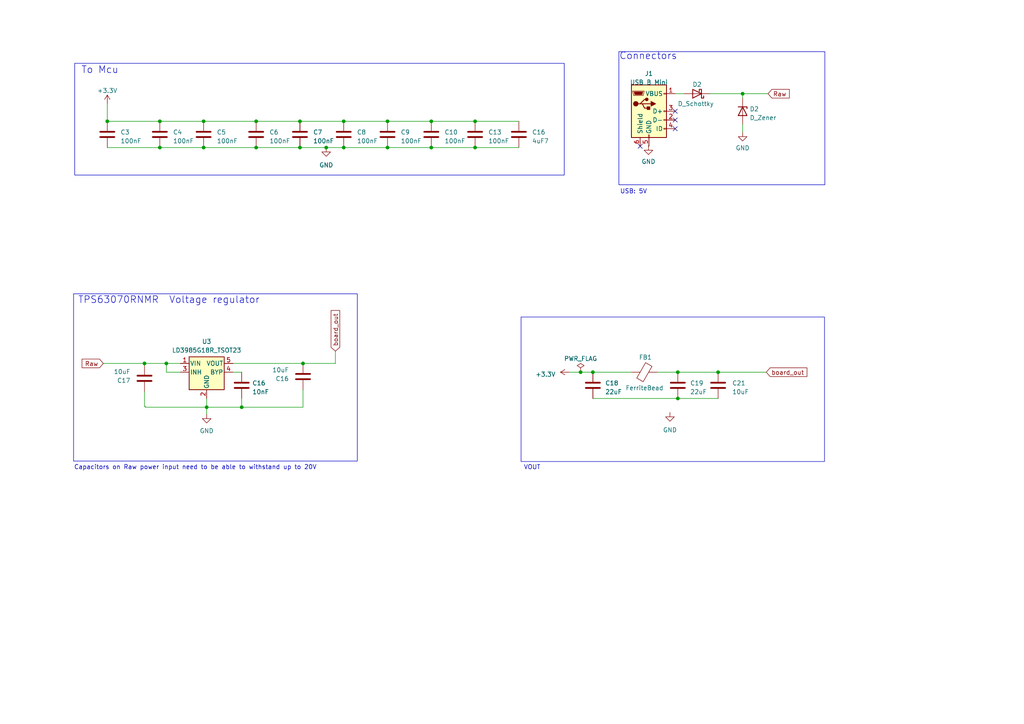
<source format=kicad_sch>
(kicad_sch (version 20230121) (generator eeschema)
  (paper "A4")
  (lib_symbols
    (symbol "Connector:USB_B_Mini" (pin_names (offset 1.016))
      (property "Reference" "J" (at -5.08 11.43 0))
      (property "Value" "USB_B_Mini" (at -5.08 8.89 0))
      (symbol "USB_B_Mini_0_1"
        (rectangle (start -5.08 -7.62) (end 5.08 7.62) (stroke (width 0.254)) (fill (type background)))
        (circle (center -3.81 2.159) (radius 0.635) (stroke (width 0.254)) (fill (type outline)))
        (circle (center -0.635 3.429) (radius 0.381) (stroke (width 0.254)) (fill (type outline)))
        (rectangle (start -0.127 -7.62) (end 0.127 -6.858))
        (polyline (pts (xy -1.905 2.159) (xy 0.635 2.159)) (stroke (width 0.254)))
        (polyline (pts (xy -3.175 2.159) (xy -2.54 2.159) (xy -1.27 3.429) (xy -0.635 3.429)) (stroke (width 0.254)))
        (polyline (pts (xy -2.54 2.159) (xy -1.905 2.159) (xy -1.27 0.889) (xy 0 0.889)) (stroke (width 0.254)))
        (polyline (pts (xy 0.635 2.794) (xy 0.635 1.524) (xy 1.905 2.159) (xy 0.635 2.794)) (stroke (width 0.254)) (fill (type outline)))
        (polyline (pts (xy -4.318 5.588) (xy -1.778 5.588) (xy -2.032 4.826) (xy -4.064 4.826) (xy -4.318 5.588)) (fill (type outline)))
        (polyline (pts (xy -4.699 5.842) (xy -4.699 5.588) (xy -4.445 4.826) (xy -4.445 4.572) (xy -1.651 4.572) (xy -1.651 4.826) (xy -1.397 5.588) (xy -1.397 5.842) (xy -4.699 5.842)))
        (rectangle (start 0.254 1.27) (end -0.508 0.508) (stroke (width 0.254)) (fill (type outline)))
        (rectangle (start 5.08 -5.207) (end 4.318 -4.953))
        (rectangle (start 5.08 -2.667) (end 4.318 -2.413))
        (rectangle (start 5.08 -0.127) (end 4.318 0.127))
        (rectangle (start 5.08 4.953) (end 4.318 5.207))
      )
      (symbol "USB_B_Mini_1_1"
        (pin power_out line (at 7.62 5.08 180) (length 2.54) (name "VBUS") (number "1"))
        (pin bidirectional line (at 7.62 -2.54 180) (length 2.54) (name "D-") (number "2"))
        (pin bidirectional line (at 7.62 0 180) (length 2.54) (name "D+") (number "3"))
        (pin passive line (at 7.62 -5.08 180) (length 2.54) (name "ID") (number "4"))
        (pin power_out line (at 0 -10.16 90) (length 2.54) (name "GND") (number "5"))
        (pin passive line (at -2.54 -10.16 90) (length 2.54) (name "Shield") (number "6"))
      )
    )
    (symbol "Device:C" (pin_numbers hide) (pin_names (offset 0.254))
      (property "Reference" "C" (at 0.635 2.54 0))
      (property "Value" "C" (at 0.635 -2.54 0))
      (symbol "C_0_1"
        (polyline (pts (xy -2.032 -0.762) (xy 2.032 -0.762)) (stroke (width 0.508)))
        (polyline (pts (xy -2.032 0.762) (xy 2.032 0.762)) (stroke (width 0.508)))
      )
      (symbol "C_1_1"
        (pin passive line (at 0 3.81 270) (length 2.794) (name "~") (number "1"))
        (pin passive line (at 0 -3.81 90) (length 2.794) (name "~") (number "2"))
      )
    )
    (symbol "Device:D_Schottky" (pin_numbers hide) (pin_names (offset 1.016) hide)
      (property "Reference" "D" (at 0 2.54 0))
      (property "Value" "D_Schottky" (at 0 -2.54 0))
      (symbol "D_Schottky_0_1"
        (polyline (pts (xy 1.27 0) (xy -1.27 0)))
        (polyline (pts (xy 1.27 1.27) (xy 1.27 -1.27) (xy -1.27 0) (xy 1.27 1.27)) (stroke (width 0.254)))
        (polyline (pts (xy -1.905 0.635) (xy -1.905 1.27) (xy -1.27 1.27) (xy -1.27 -1.27) (xy -0.635 -1.27) (xy -0.635 -0.635)) (stroke (width 0.254)))
      )
      (symbol "D_Schottky_1_1"
        (pin passive line (at -3.81 0 0) (length 2.54) (name "K") (number "1"))
        (pin passive line (at 3.81 0 180) (length 2.54) (name "A") (number "2"))
      )
    )
    (symbol "Device:D_Zener" (pin_numbers hide) (pin_names (offset 1.016) hide)
      (property "Reference" "D" (at 0 2.54 0))
      (property "Value" "D_Zener" (at 0 -2.54 0))
      (symbol "D_Zener_0_1"
        (polyline (pts (xy 1.27 0) (xy -1.27 0)))
        (polyline (pts (xy -1.27 -1.27) (xy -1.27 1.27) (xy -0.762 1.27)) (stroke (width 0.254)))
        (polyline (pts (xy 1.27 -1.27) (xy 1.27 1.27) (xy -1.27 0) (xy 1.27 -1.27)) (stroke (width 0.254)))
      )
      (symbol "D_Zener_1_1"
        (pin passive line (at -3.81 0 0) (length 2.54) (name "K") (number "1"))
        (pin passive line (at 3.81 0 180) (length 2.54) (name "A") (number "2"))
      )
    )
    (symbol "Device:FerriteBead" (pin_numbers hide) (pin_names (offset 0))
      (property "Reference" "FB" (at -3.81 0.635 90))
      (property "Value" "FerriteBead" (at 3.81 0 90))
      (symbol "FerriteBead_0_1"
        (polyline (pts (xy 0 -1.27) (xy 0 -1.2192)))
        (polyline (pts (xy 0 1.27) (xy 0 1.2954)))
        (polyline (pts (xy -2.7686 0.4064) (xy -1.7018 2.2606) (xy 2.7686 -0.3048) (xy 1.6764 -2.159) (xy -2.7686 0.4064)))
      )
      (symbol "FerriteBead_1_1"
        (pin passive line (at 0 3.81 270) (length 2.54) (name "~") (number "1"))
        (pin passive line (at 0 -3.81 90) (length 2.54) (name "~") (number "2"))
      )
    )
    (symbol "Regulator_Linear:LD3985G18R_TSOT23" (pin_names (offset 0.254))
      (property "Reference" "U" (at -4.064 5.588 0))
      (property "Value" "LD3985G18R_TSOT23" (at 0 5.588 0))
      (symbol "LD3985G18R_TSOT23_0_1"
        (rectangle (start -5.08 4.445) (end 5.08 -5.08) (stroke (width 0.254)) (fill (type background)))
      )
      (symbol "LD3985G18R_TSOT23_1_1"
        (pin power_in line (at -7.62 2.54 0) (length 2.54) (name "VIN") (number "1"))
        (pin power_in line (at 0 -7.62 90) (length 2.54) (name "GND") (number "2"))
        (pin input line (at -7.62 0 0) (length 2.54) (name "INH") (number "3"))
        (pin input line (at 7.62 0 180) (length 2.54) (name "BYP") (number "4"))
        (pin power_out line (at 7.62 2.54 180) (length 2.54) (name "VOUT") (number "5"))
      )
    )
    (symbol "power:+3.3V" (power) (pin_names (offset 0))
      (property "Value" "+3.3V" (at 0 3.556 0))
      (symbol "+3.3V_0_1"
        (polyline (pts (xy -0.762 1.27) (xy 0 2.54)))
        (polyline (pts (xy 0 0) (xy 0 2.54)))
        (polyline (pts (xy 0 2.54) (xy 0.762 1.27)))
      )
      (symbol "+3.3V_1_1"
        (pin power_in line (at 0 0 90) (length 0) hide (name "+3.3V") (number "1"))
      )
    )
    (symbol "power:GND" (power) (pin_names (offset 0))
      (property "Value" "GND" (at 0 -3.81 0))
      (symbol "GND_0_1"
        (polyline (pts (xy 0 0) (xy 0 -1.27) (xy 1.27 -1.27) (xy 0 -2.54) (xy -1.27 -1.27) (xy 0 -1.27)))
      )
      (symbol "GND_1_1"
        (pin power_in line (at 0 0 270) (length 0) hide (name "GND") (number "1"))
      )
    )
    (symbol "power:PWR_FLAG" (power) (pin_numbers hide) (pin_names (offset 0) hide)
      (property "Value" "PWR_FLAG" (at 0 3.81 0))
      (symbol "PWR_FLAG_0_0"
        (pin power_out line (at 0 0 90) (length 0) (name "pwr") (number "1"))
      )
      (symbol "PWR_FLAG_0_1"
        (polyline (pts (xy 0 0) (xy 0 1.27) (xy -1.016 1.905) (xy 0 2.54) (xy 1.016 1.905) (xy 0 1.27)))
      )
    )
  )
  (junction (at 86.995 35.179))
  (junction (at 171.958 107.95))
  (junction (at 74.295 42.799))
  (junction (at 87.884 105.41))
  (junction (at 125.095 35.179))
  (junction (at 215.392 27.178))
  (junction (at 74.295 35.179))
  (junction (at 86.995 42.799))
  (junction (at 59.055 42.799))
  (junction (at 137.795 35.179))
  (junction (at 196.596 115.57))
  (junction (at 196.596 107.95))
  (junction (at 208.28 107.95))
  (junction (at 168.402 107.95))
  (junction (at 48.26 105.41))
  (junction (at 46.355 35.179))
  (junction (at 112.395 35.179))
  (junction (at 137.795 42.799))
  (junction (at 41.91 105.41))
  (junction (at 99.695 42.799))
  (junction (at 94.615 42.799))
  (junction (at 70.104 118.11))
  (junction (at 31.115 35.179))
  (junction (at 112.395 42.799))
  (junction (at 46.355 42.799))
  (junction (at 99.695 35.179))
  (junction (at 59.944 118.11))
  (junction (at 125.095 42.799))
  (junction (at 59.055 35.179))
  (no_connect (at 195.834 34.798))
  (no_connect (at 195.834 37.338))
  (no_connect (at 195.834 32.258))
  (no_connect (at 185.674 42.418))
  (wire (pts (xy 196.596 115.57) (xy 208.28 115.57)))
  (wire (pts (xy 86.995 35.179) (xy 99.695 35.179)))
  (wire (pts (xy 70.104 118.11) (xy 70.104 115.57)))
  (wire (pts (xy 171.958 107.95) (xy 183.134 107.95)))
  (wire (pts (xy 188.214 42.418) (xy 188.087 42.291)))
  (wire (pts (xy 67.564 105.41) (xy 87.884 105.41)))
  (wire (pts (xy 48.26 105.41) (xy 48.26 107.95)))
  (wire (pts (xy 125.095 35.179) (xy 137.795 35.179)))
  (wire (pts (xy 74.295 35.179) (xy 86.995 35.179)))
  (wire (pts (xy 208.28 107.95) (xy 222.25 107.95)))
  (wire (pts (xy 42.164 117.856) (xy 42.164 118.11)))
  (wire (pts (xy 215.392 27.178) (xy 222.758 27.178)))
  (wire (pts (xy 171.958 115.57) (xy 196.596 115.57)))
  (wire (pts (xy 31.115 42.799) (xy 46.355 42.799)))
  (wire (pts (xy 59.055 42.799) (xy 74.295 42.799)))
  (wire (pts (xy 42.164 118.11) (xy 59.944 118.11)))
  (wire (pts (xy 59.055 35.179) (xy 74.295 35.179)))
  (wire (pts (xy 41.91 117.856) (xy 41.91 113.538)))
  (wire (pts (xy 137.795 42.799) (xy 150.495 42.799)))
  (wire (pts (xy 52.324 105.41) (xy 48.26 105.41)))
  (wire (pts (xy 70.104 118.11) (xy 87.884 118.11)))
  (wire (pts (xy 168.402 107.95) (xy 171.958 107.95)))
  (wire (pts (xy 196.596 107.95) (xy 208.28 107.95)))
  (wire (pts (xy 205.994 27.178) (xy 215.392 27.178)))
  (wire (pts (xy 94.615 42.799) (xy 99.695 42.799)))
  (wire (pts (xy 31.115 30.099) (xy 31.115 35.179)))
  (wire (pts (xy 195.834 27.178) (xy 198.374 27.178)))
  (wire (pts (xy 87.884 113.03) (xy 87.884 118.11)))
  (wire (pts (xy 137.795 35.179) (xy 150.495 35.179)))
  (wire (pts (xy 112.395 35.179) (xy 125.095 35.179)))
  (wire (pts (xy 165.1 107.95) (xy 168.402 107.95)))
  (wire (pts (xy 97.282 101.854) (xy 97.282 105.41)))
  (wire (pts (xy 190.754 107.95) (xy 196.596 107.95)))
  (wire (pts (xy 112.395 42.799) (xy 125.095 42.799)))
  (wire (pts (xy 87.884 105.41) (xy 97.282 105.41)))
  (wire (pts (xy 59.944 118.11) (xy 59.944 120.142)))
  (wire (pts (xy 59.944 118.11) (xy 59.944 115.57)))
  (wire (pts (xy 46.355 35.179) (xy 59.055 35.179)))
  (wire (pts (xy 125.095 42.799) (xy 137.795 42.799)))
  (wire (pts (xy 215.392 27.178) (xy 215.392 28.448)))
  (wire (pts (xy 86.995 42.799) (xy 94.615 42.799)))
  (wire (pts (xy 31.115 35.179) (xy 46.355 35.179)))
  (wire (pts (xy 67.564 107.95) (xy 70.104 107.95)))
  (wire (pts (xy 59.944 118.11) (xy 70.104 118.11)))
  (wire (pts (xy 41.91 105.918) (xy 41.91 105.41)))
  (wire (pts (xy 48.26 105.41) (xy 41.91 105.41)))
  (wire (pts (xy 41.91 105.41) (xy 29.972 105.41)))
  (wire (pts (xy 52.324 107.95) (xy 48.26 107.95)))
  (wire (pts (xy 99.695 42.799) (xy 112.395 42.799)))
  (wire (pts (xy 99.695 35.179) (xy 112.395 35.179)))
  (wire (pts (xy 42.164 117.856) (xy 41.91 117.856)))
  (wire (pts (xy 74.295 42.799) (xy 86.995 42.799)))
  (wire (pts (xy 215.392 36.068) (xy 215.392 38.354)))
  (wire (pts (xy 46.355 42.799) (xy 59.055 42.799)))
  (rectangle (start 21.6662 18.3642) (end 163.6522 50.7746))
  (rectangle (start 179.5018 14.986) (end 239.2426 53.594))
  (rectangle (start 21.336 85.217) (end 103.632 133.731))
  (rectangle (start 151.13 91.948) (end 239.141 133.858))
  (text "USB: 5V" (at 179.832 56.388 0) (effects (font (size 1.27 1.27)) (justify left bottom)))
  (text "Capacitors on Raw power input need to be able to withstand up to 20V\n\n" (at 21.463 138.43 0) (effects (font (size 1.27 1.27)) (justify left bottom)))
  (text "TPS63070RNMR  Voltage regulator" (at 22.606 88.265 0) (effects (font (size 2 2)) (justify left bottom)))
  (text "VOUT\n" (at 151.892 136.398 0) (effects (font (size 1.27 1.27)) (justify left bottom)))
  (text "To Mcu" (at 23.5458 21.5646 0) (effects (font (size 2 2)) (justify left bottom)))
  (text "Connectors" (at 179.578 17.526 0) (effects (font (size 2 2)) (justify left bottom)))
  (global_label "Raw" (shape input) (at 29.972 105.41 180) (property "Intersheetrefs" "${INTERSHEET_REFS}" (effects hide)))
  (global_label "Raw" (shape input) (at 222.758 27.178 0) (property "Intersheetrefs" "${INTERSHEET_REFS}" (effects hide)))
  (global_label "board_out" (shape input) (at 97.282 101.854 90) (property "Intersheetrefs" "${INTERSHEET_REFS}" (effects hide)))
  (global_label "board_out" (shape input) (at 222.25 107.95 0) (property "Intersheetrefs" "${INTERSHEET_REFS}" (effects hide)))
  (symbol (lib_id "Device:C") (at 74.295 38.989 0) (unit 1)
    (property "Reference" "C6" (at 78.105 38.354 0) (effects (justify left)))
    (property "Value" "100nF" (at 78.105 40.894 0) (effects (justify left)))
    (property "Footprint" "Capacitor_SMD:C_0402_1005Metric" (effects hide))
    (instances (project "power_supply" (path "" (reference "C6") (unit 1)) (path "" (reference "C26") (unit 1)) (path "" (reference "C6") (unit 1))))
  )
  (symbol (lib_id "Device:C") (at 31.115 38.989 0) (unit 1)
    (property "Reference" "C3" (at 34.925 38.354 0) (effects (justify left)))
    (property "Value" "100nF" (at 34.925 40.894 0) (effects (justify left)))
    (property "Footprint" "Capacitor_SMD:C_0402_1005Metric" (effects hide))
    (instances (project "power_supply" (path "" (reference "C3") (unit 1)) (path "" (reference "C22") (unit 1)) (path "" (reference "C3") (unit 1))))
  )
  (symbol (lib_id "Device:C") (at 86.995 38.989 0) (unit 1)
    (property "Reference" "C7" (at 90.805 38.354 0) (effects (justify left)))
    (property "Value" "100nF" (at 90.805 40.894 0) (effects (justify left)))
    (property "Footprint" "Capacitor_SMD:C_0402_1005Metric" (effects hide))
    (instances (project "power_supply" (path "" (reference "C7") (unit 1)) (path "" (reference "C28") (unit 1)) (path "" (reference "C7") (unit 1))))
  )
  (symbol (lib_id "power:GND") (at 188.087 42.291 0) (unit 1)
    (property "Reference" "#PWR09" (effects hide))
    (property "Value" "GND" (at 188.087 46.863 0))
    (instances (project "power_supply" (path "" (reference "#PWR09") (unit 1)) (path "" (reference "#PWR09") (unit 1)) (path "" (reference "#PWR07") (unit 1))))
  )
  (symbol (lib_id "power:+3.3V") (at 31.115 30.099 0) (unit 1)
    (property "Reference" "#PWR027" (effects hide))
    (property "Value" "+3.3V" (at 31.115 26.289 0))
  )
  (symbol (lib_id "Device:C") (at 150.495 38.989 0) (unit 1)
    (property "Reference" "C16" (at 154.305 38.354 0) (effects (justify left)))
    (property "Value" "4uF7" (at 154.305 40.894 0) (effects (justify left)))
    (property "Footprint" "Capacitor_SMD:C_0603_1608Metric" (effects hide))
    (instances (project "power_supply" (path "" (reference "C16") (unit 1)) (path "" (reference "C37") (unit 1)) (path "" (reference "C16") (unit 1))))
  )
  (symbol (lib_id "Device:C") (at 59.055 38.989 0) (unit 1)
    (property "Reference" "C5" (at 62.865 38.354 0) (effects (justify left)))
    (property "Value" "100nF" (at 62.865 40.894 0) (effects (justify left)))
    (property "Footprint" "Capacitor_SMD:C_0402_1005Metric" (effects hide))
    (instances (project "power_supply" (path "" (reference "C5") (unit 1)) (path "" (reference "C24") (unit 1)) (path "" (reference "C5") (unit 1))))
  )
  (symbol (lib_id "Device:C") (at 112.395 38.989 0) (unit 1)
    (property "Reference" "C9" (at 116.205 38.354 0) (effects (justify left)))
    (property "Value" "100nF" (at 116.205 40.894 0) (effects (justify left)))
    (property "Footprint" "Capacitor_SMD:C_0402_1005Metric" (effects hide))
    (instances (project "power_supply" (path "" (reference "C9") (unit 1)) (path "" (reference "C32") (unit 1)) (path "" (reference "C9") (unit 1))))
  )
  (symbol (lib_id "power:GND") (at 194.31 119.634 0) (unit 1)
    (property "Reference" "#PWR024" (effects hide))
    (property "Value" "GND" (at 194.31 124.714 0))
    (instances (project "power_supply" (path "" (reference "#PWR024") (unit 1)) (path "" (reference "#PWR031") (unit 1)) (path "" (reference "#PWR020") (unit 1))))
  )
  (symbol (lib_id "Device:D_Zener") (at 215.392 32.258 270) (unit 1)
    (property "Reference" "D2" (at 217.424 31.623 90) (effects (justify left)))
    (property "Value" "D_Zener" (at 217.424 34.163 90) (effects (justify left)))
  )
  (symbol (lib_id "power:GND") (at 94.615 42.799 0) (unit 1)
    (property "Reference" "#PWR07" (effects hide))
    (property "Value" "GND" (at 94.615 47.879 0))
    (instances (project "power_supply" (path "" (reference "#PWR07") (unit 1)) (path "" (reference "#PWR027") (unit 1)) (path "" (reference "#PWR01") (unit 1))))
  )
  (symbol (lib_id "Device:C") (at 125.095 38.989 0) (unit 1)
    (property "Reference" "C10" (at 128.905 38.354 0) (effects (justify left)))
    (property "Value" "100nF" (at 128.905 40.894 0) (effects (justify left)))
    (property "Footprint" "Capacitor_SMD:C_0402_1005Metric" (effects hide))
    (instances (project "power_supply" (path "" (reference "C10") (unit 1)) (path "" (reference "C33") (unit 1)) (path "" (reference "C10") (unit 1))))
  )
  (symbol (lib_id "Regulator_Linear:LD3985G18R_TSOT23") (at 59.944 107.95 0) (unit 1)
    (property "Reference" "U3" (at 59.944 99.06 0))
    (property "Value" "LD3985G18R_TSOT23" (at 59.944 101.6 0))
    (property "Footprint" "Package_TO_SOT_SMD:TSOT-23-5" (effects hide))
    (property "Datasheet" "http://www.st.com/internet/com/TECHNICAL_RESOURCES/TECHNICAL_LITERATURE/DATASHEET/CD00003395.pdf" (effects hide))
  )
  (symbol (lib_id "Device:C") (at 99.695 38.989 0) (unit 1)
    (property "Reference" "C8" (at 103.505 38.354 0) (effects (justify left)))
    (property "Value" "100nF" (at 103.505 40.894 0) (effects (justify left)))
    (property "Footprint" "Capacitor_SMD:C_0402_1005Metric" (effects hide))
    (instances (project "power_supply" (path "" (reference "C8") (unit 1)) (path "" (reference "C30") (unit 1)) (path "" (reference "C8") (unit 1))))
  )
  (symbol (lib_id "Device:C") (at 41.91 109.728 180) (unit 1)
    (property "Reference" "C17" (at 37.846 110.363 0) (effects (justify left)))
    (property "Value" "10uF" (at 37.846 107.823 0) (effects (justify left)))
    (property "Footprint" "Capacitor_SMD:C_0805_2012Metric" (effects hide))
    (instances (project "power_supply" (path "" (reference "C17") (unit 1)) (path "" (reference "C35") (unit 1)) (path "" (reference "C20") (unit 1))))
  )
  (symbol (lib_id "Device:D_Schottky") (at 202.184 27.178 180) (unit 1)
    (property "Reference" "D2" (at 202.184 24.511 0))
    (property "Value" "D_Schottky" (at 201.803 30.099 0))
    (property "Footprint" "RB168VWM-30TR:RB168VWM30TR" (effects hide))
    (instances (project "power_supply" (path "" (reference "D2") (unit 1)) (path "" (reference "D1") (unit 1))))
  )
  (symbol (lib_id "power:GND") (at 215.392 38.354 0) (unit 1)
    (property "Reference" "#PWR09" (effects hide))
    (property "Value" "GND" (at 215.392 42.926 0))
  )
  (symbol (lib_id "Device:C") (at 87.884 109.22 180) (unit 1)
    (property "Reference" "C16" (at 83.82 109.855 0) (effects (justify left)))
    (property "Value" "10uF" (at 83.82 107.315 0) (effects (justify left)))
    (property "Footprint" "Capacitor_SMD:C_0805_2012Metric" (effects hide))
    (instances (project "power_supply" (path "" (reference "C16") (unit 1)) (path "" (reference "C34") (unit 1)) (path "" (reference "C19") (unit 1))))
  )
  (symbol (lib_id "Device:FerriteBead") (at 186.944 107.95 90) (unit 1)
    (property "Reference" "FB1" (at 187.198 103.632 90))
    (property "Value" "FerriteBead" (at 186.944 112.522 90))
    (instances (project "power_supply" (path "" (reference "FB1") (unit 1)) (path "" (reference "FB2") (unit 1)) (path "" (reference "FB1") (unit 1))))
  )
  (symbol (lib_id "power:+3.3V") (at 165.1 107.95 90) (unit 1)
    (property "Reference" "#PWR026" (effects hide))
    (property "Value" "+3.3V" (at 161.163 108.585 90) (effects (justify left)))
  )
  (symbol (lib_id "Connector:USB_B_Mini") (at 188.214 32.258 0) (unit 1)
    (property "Reference" "J1" (at 188.214 21.336 0))
    (property "Value" "USB_B_Mini" (at 188.214 23.876 0))
    (property "Footprint" "Connector_USB:USB_Micro-B_Molex_47346-0001" (effects hide))
    (instances (project "power_supply" (path "" (reference "J1") (unit 1)) (path "" (reference "J2") (unit 1)) (path "" (reference "J2") (unit 1))))
  )
  (symbol (lib_id "Device:C") (at 70.104 111.76 180) (unit 1)
    (property "Reference" "C16" (at 73.152 111.125 0) (effects (justify right)))
    (property "Value" "10nF" (at 73.152 113.665 0) (effects (justify right)))
    (property "Footprint" "Capacitor_SMD:C_0805_2012Metric" (effects hide))
    (instances (project "power_supply" (path "" (reference "C16") (unit 1)) (path "" (reference "C34") (unit 1)) (path "" (reference "C17") (unit 1))))
  )
  (symbol (lib_id "Device:C") (at 208.28 111.76 0) (unit 1)
    (property "Reference" "C21" (at 212.344 111.125 0) (effects (justify left)))
    (property "Value" "10uF" (at 212.344 113.665 0) (effects (justify left)))
    (property "Footprint" "Capacitor_SMD:C_0805_2012Metric" (effects hide))
    (instances (project "power_supply" (path "" (reference "C21") (unit 1)) (path "" (reference "C31") (unit 1)) (path "" (reference "C24") (unit 1))))
  )
  (symbol (lib_id "Device:C") (at 137.795 38.989 0) (unit 1)
    (property "Reference" "C13" (at 141.605 38.354 0) (effects (justify left)))
    (property "Value" "100nF" (at 141.605 40.894 0) (effects (justify left)))
    (property "Footprint" "Capacitor_SMD:C_0402_1005Metric" (effects hide))
    (instances (project "power_supply" (path "" (reference "C13") (unit 1)) (path "" (reference "C36") (unit 1)) (path "" (reference "C13") (unit 1))))
  )
  (symbol (lib_id "power:GND") (at 59.944 120.142 0) (unit 1)
    (property "Reference" "#PWR017" (effects hide))
    (property "Value" "GND" (at 59.944 124.968 0))
    (instances (project "power_supply" (path "" (reference "#PWR017") (unit 1)) (path "" (reference "#PWR036") (unit 1)) (path "" (reference "#PWR019") (unit 1))))
  )
  (symbol (lib_id "Device:C") (at 46.355 38.989 0) (unit 1)
    (property "Reference" "C4" (at 50.165 38.354 0) (effects (justify left)))
    (property "Value" "100nF" (at 50.165 40.894 0) (effects (justify left)))
    (property "Footprint" "Capacitor_SMD:C_0402_1005Metric" (effects hide))
    (instances (project "power_supply" (path "" (reference "C4") (unit 1)) (path "" (reference "C23") (unit 1)) (path "" (reference "C4") (unit 1))))
  )
  (symbol (lib_id "power:PWR_FLAG") (at 168.402 107.95 0) (unit 1)
    (property "Reference" "#FLG01" (effects hide))
    (property "Value" "PWR_FLAG" (at 168.402 104.013 0))
  )
  (symbol (lib_id "Device:C") (at 196.596 111.76 0) (unit 1)
    (property "Reference" "C19" (at 200.152 111.125 0) (effects (justify left)))
    (property "Value" "22uF" (at 200.152 113.665 0) (effects (justify left)))
    (property "Footprint" "Capacitor_SMD:C_0402_1005Metric" (effects hide))
    (instances (project "power_supply" (path "" (reference "C19") (unit 1)) (path "" (reference "C27") (unit 1)) (path "" (reference "C22") (unit 1))))
  )
  (symbol (lib_id "Device:C") (at 171.958 111.76 0) (unit 1)
    (property "Reference" "C18" (at 175.514 111.125 0) (effects (justify left)))
    (property "Value" "22uF" (at 175.514 113.665 0) (effects (justify left)))
    (property "Footprint" "Capacitor_SMD:C_0402_1005Metric" (effects hide))
    (instances (project "power_supply" (path "" (reference "C18") (unit 1)) (path "" (reference "C25") (unit 1)) (path "" (reference "C21") (unit 1))))
  )
)
</source>
